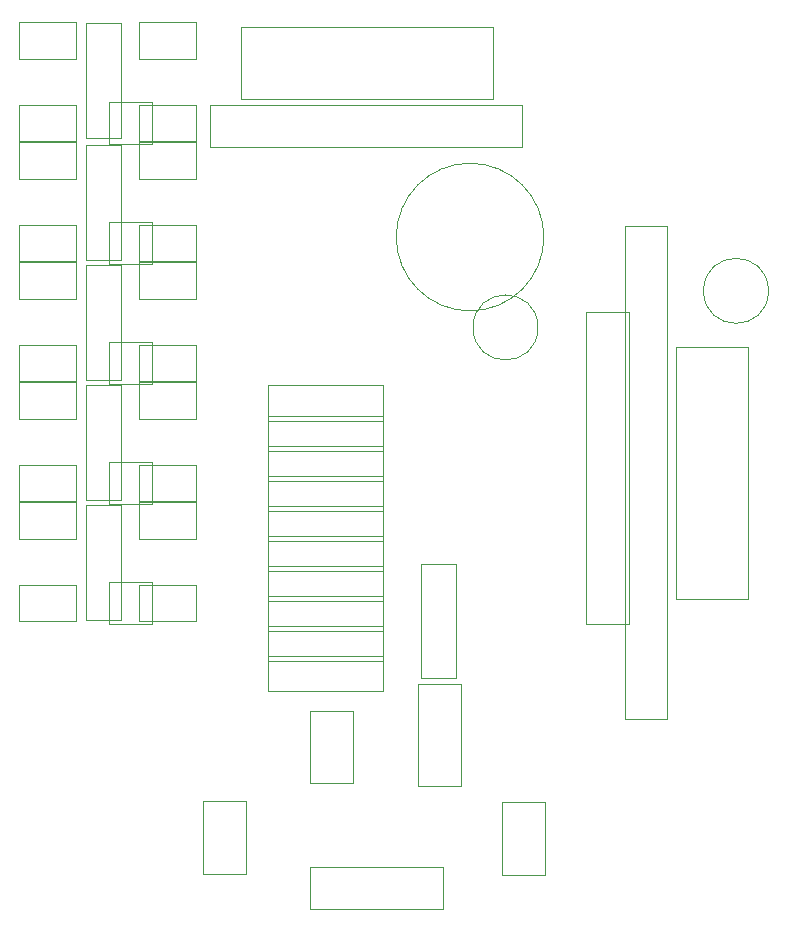
<source format=gbr>
%TF.GenerationSoftware,KiCad,Pcbnew,6.0.2+dfsg-1*%
%TF.CreationDate,2022-04-07T05:00:04+00:00*%
%TF.ProjectId,guante metaversal,6775616e-7465-4206-9d65-746176657273,rev?*%
%TF.SameCoordinates,Original*%
%TF.FileFunction,Other,User*%
%FSLAX46Y46*%
G04 Gerber Fmt 4.6, Leading zero omitted, Abs format (unit mm)*
G04 Created by KiCad (PCBNEW 6.0.2+dfsg-1) date 2022-04-07 05:00:04*
%MOMM*%
%LPD*%
G01*
G04 APERTURE LIST*
%ADD10C,0.050000*%
G04 APERTURE END LIST*
D10*
%TO.C,D4*%
X133587000Y-96875000D02*
X133587000Y-99975000D01*
X138437000Y-99975000D02*
X138437000Y-96875000D01*
X133587000Y-99975000D02*
X138437000Y-99975000D01*
X138437000Y-96875000D02*
X133587000Y-96875000D01*
%TO.C,D2*%
X128277000Y-96875000D02*
X123427000Y-96875000D01*
X123427000Y-99975000D02*
X128277000Y-99975000D01*
X128277000Y-99975000D02*
X128277000Y-96875000D01*
X123427000Y-96875000D02*
X123427000Y-99975000D01*
%TO.C,D4*%
X138437000Y-89815000D02*
X138437000Y-86715000D01*
X138437000Y-86715000D02*
X133587000Y-86715000D01*
X133587000Y-86715000D02*
X133587000Y-89815000D01*
X133587000Y-89815000D02*
X138437000Y-89815000D01*
%TO.C,D2*%
X128277000Y-89815000D02*
X128277000Y-86715000D01*
X128277000Y-86715000D02*
X123427000Y-86715000D01*
X123427000Y-86715000D02*
X123427000Y-89815000D01*
X123427000Y-89815000D02*
X128277000Y-89815000D01*
%TO.C,D1*%
X123437000Y-106960000D02*
X128287000Y-106960000D01*
X128287000Y-103860000D02*
X123437000Y-103860000D01*
X123437000Y-103860000D02*
X123437000Y-106960000D01*
X128287000Y-106960000D02*
X128287000Y-103860000D01*
%TO.C,D3*%
X138447000Y-103860000D02*
X133597000Y-103860000D01*
X138447000Y-106960000D02*
X138447000Y-103860000D01*
X133597000Y-103860000D02*
X133597000Y-106960000D01*
X133597000Y-106960000D02*
X138447000Y-106960000D01*
%TO.C,TP2*%
X134642000Y-103610000D02*
X131042000Y-103610000D01*
X134642000Y-107210000D02*
X134642000Y-103610000D01*
X131042000Y-103610000D02*
X131042000Y-107210000D01*
X131042000Y-107210000D02*
X134642000Y-107210000D01*
%TO.C,D3*%
X138447000Y-93700000D02*
X133597000Y-93700000D01*
X133597000Y-93700000D02*
X133597000Y-96800000D01*
X133597000Y-96800000D02*
X138447000Y-96800000D01*
X138447000Y-96800000D02*
X138447000Y-93700000D01*
%TO.C,TP2*%
X134642000Y-97050000D02*
X134642000Y-93450000D01*
X131042000Y-97050000D02*
X134642000Y-97050000D01*
X134642000Y-93450000D02*
X131042000Y-93450000D01*
X131042000Y-93450000D02*
X131042000Y-97050000D01*
%TO.C,J3*%
X167916000Y-148749000D02*
X167916000Y-142599000D01*
X164316000Y-148749000D02*
X167916000Y-148749000D01*
X167916000Y-142599000D02*
X164316000Y-142599000D01*
X164316000Y-142599000D02*
X164316000Y-148749000D01*
%TO.C,J4*%
X139043000Y-142535500D02*
X139043000Y-148685500D01*
X142643000Y-148685500D02*
X142643000Y-142535500D01*
X139043000Y-148685500D02*
X142643000Y-148685500D01*
X142643000Y-142535500D02*
X139043000Y-142535500D01*
%TO.C,C1*%
X167362000Y-102412800D02*
G75*
G03*
X167362000Y-102412800I-2750000J0D01*
G01*
%TO.C,D1*%
X123437000Y-83540000D02*
X123437000Y-86640000D01*
X123437000Y-86640000D02*
X128287000Y-86640000D01*
X128287000Y-83540000D02*
X123437000Y-83540000D01*
X128287000Y-86640000D02*
X128287000Y-83540000D01*
X128287000Y-93700000D02*
X123437000Y-93700000D01*
X123437000Y-96800000D02*
X128287000Y-96800000D01*
X128287000Y-96800000D02*
X128287000Y-93700000D01*
X123437000Y-93700000D02*
X123437000Y-96800000D01*
%TO.C,D3*%
X138447000Y-86640000D02*
X138447000Y-83540000D01*
X133597000Y-86640000D02*
X138447000Y-86640000D01*
X133597000Y-83540000D02*
X133597000Y-86640000D01*
X138447000Y-83540000D02*
X133597000Y-83540000D01*
%TO.C,D4*%
X138437000Y-79655000D02*
X138437000Y-76555000D01*
X138437000Y-76555000D02*
X133587000Y-76555000D01*
X133587000Y-76555000D02*
X133587000Y-79655000D01*
X133587000Y-79655000D02*
X138437000Y-79655000D01*
%TO.C,TP2*%
X131042000Y-86890000D02*
X134642000Y-86890000D01*
X131042000Y-83290000D02*
X131042000Y-86890000D01*
X134642000Y-86890000D02*
X134642000Y-83290000D01*
X134642000Y-83290000D02*
X131042000Y-83290000D01*
%TO.C,D2*%
X123427000Y-79655000D02*
X128277000Y-79655000D01*
X128277000Y-76555000D02*
X123427000Y-76555000D01*
X128277000Y-79655000D02*
X128277000Y-76555000D01*
X123427000Y-76555000D02*
X123427000Y-79655000D01*
X128277000Y-110135000D02*
X128277000Y-107035000D01*
X123427000Y-107035000D02*
X123427000Y-110135000D01*
X123427000Y-110135000D02*
X128277000Y-110135000D01*
X128277000Y-107035000D02*
X123427000Y-107035000D01*
%TO.C,D1*%
X128287000Y-114020000D02*
X123437000Y-114020000D01*
X123437000Y-117120000D02*
X128287000Y-117120000D01*
X123437000Y-114020000D02*
X123437000Y-117120000D01*
X128287000Y-117120000D02*
X128287000Y-114020000D01*
%TO.C,TP2*%
X134642000Y-117370000D02*
X134642000Y-113770000D01*
X134642000Y-113770000D02*
X131042000Y-113770000D01*
X131042000Y-117370000D02*
X134642000Y-117370000D01*
X131042000Y-113770000D02*
X131042000Y-117370000D01*
%TO.C,D3*%
X138447000Y-117120000D02*
X138447000Y-114020000D01*
X138447000Y-114020000D02*
X133597000Y-114020000D01*
X133597000Y-114020000D02*
X133597000Y-117120000D01*
X133597000Y-117120000D02*
X138447000Y-117120000D01*
%TO.C,D4*%
X138437000Y-107035000D02*
X133587000Y-107035000D01*
X133587000Y-110135000D02*
X138437000Y-110135000D01*
X133587000Y-107035000D02*
X133587000Y-110135000D01*
X138437000Y-110135000D02*
X138437000Y-107035000D01*
X133587000Y-120295000D02*
X138437000Y-120295000D01*
X133587000Y-117195000D02*
X133587000Y-120295000D01*
X138437000Y-117195000D02*
X133587000Y-117195000D01*
X138437000Y-120295000D02*
X138437000Y-117195000D01*
%TO.C,D2*%
X123427000Y-117195000D02*
X123427000Y-120295000D01*
X128277000Y-120295000D02*
X128277000Y-117195000D01*
X123427000Y-120295000D02*
X128277000Y-120295000D01*
X128277000Y-117195000D02*
X123427000Y-117195000D01*
%TO.C,D1*%
X128287000Y-127280000D02*
X128287000Y-124180000D01*
X123437000Y-124180000D02*
X123437000Y-127280000D01*
X123437000Y-127280000D02*
X128287000Y-127280000D01*
X128287000Y-124180000D02*
X123437000Y-124180000D01*
%TO.C,D3*%
X133597000Y-124180000D02*
X133597000Y-127280000D01*
X138447000Y-124180000D02*
X133597000Y-124180000D01*
X133597000Y-127280000D02*
X138447000Y-127280000D01*
X138447000Y-127280000D02*
X138447000Y-124180000D01*
%TO.C,TP2*%
X134642000Y-123930000D02*
X131042000Y-123930000D01*
X131042000Y-127530000D02*
X134642000Y-127530000D01*
X131042000Y-123930000D02*
X131042000Y-127530000D01*
X134642000Y-127530000D02*
X134642000Y-123930000D01*
%TO.C,J1*%
X179011800Y-125421800D02*
X179011800Y-104071800D01*
X185111800Y-104071800D02*
X185111800Y-125421800D01*
X179011800Y-104071800D02*
X185111800Y-104071800D01*
X185111800Y-125421800D02*
X179011800Y-125421800D01*
X163568000Y-83080000D02*
X142218000Y-83080000D01*
X163568000Y-76980000D02*
X163568000Y-83080000D01*
X142218000Y-76980000D02*
X163568000Y-76980000D01*
X142218000Y-83080000D02*
X142218000Y-76980000D01*
%TO.C,U6*%
X139561000Y-87144000D02*
X166011000Y-87144000D01*
X166011000Y-83544000D02*
X139561000Y-83544000D01*
X139561000Y-83544000D02*
X139561000Y-87144000D01*
X166011000Y-87144000D02*
X166011000Y-83544000D01*
%TO.C,R1*%
X144492000Y-107326300D02*
X144492000Y-110326300D01*
X144492000Y-110326300D02*
X154212000Y-110326300D01*
X154212000Y-107326300D02*
X144492000Y-107326300D01*
X154212000Y-110326300D02*
X154212000Y-107326300D01*
%TO.C,R2*%
X154212000Y-109879000D02*
X144492000Y-109879000D01*
X144492000Y-112879000D02*
X154212000Y-112879000D01*
X144492000Y-109879000D02*
X144492000Y-112879000D01*
X154212000Y-112879000D02*
X154212000Y-109879000D01*
%TO.C,R4*%
X144492000Y-117959000D02*
X154212000Y-117959000D01*
X154212000Y-117959000D02*
X154212000Y-114959000D01*
X144492000Y-114959000D02*
X144492000Y-117959000D01*
X154212000Y-114959000D02*
X144492000Y-114959000D01*
%TO.C,R5*%
X154212000Y-120499000D02*
X154212000Y-117499000D01*
X154212000Y-117499000D02*
X144492000Y-117499000D01*
X144492000Y-120499000D02*
X154212000Y-120499000D01*
X144492000Y-117499000D02*
X144492000Y-120499000D01*
%TO.C,R6*%
X144492000Y-120039000D02*
X144492000Y-123039000D01*
X154212000Y-120039000D02*
X144492000Y-120039000D01*
X144492000Y-123039000D02*
X154212000Y-123039000D01*
X154212000Y-123039000D02*
X154212000Y-120039000D01*
%TO.C,R7*%
X154212000Y-125579000D02*
X154212000Y-122579000D01*
X144492000Y-122579000D02*
X144492000Y-125579000D01*
X144492000Y-125579000D02*
X154212000Y-125579000D01*
X154212000Y-122579000D02*
X144492000Y-122579000D01*
%TO.C,R9*%
X144492000Y-130659000D02*
X154212000Y-130659000D01*
X154212000Y-127659000D02*
X144492000Y-127659000D01*
X154212000Y-130659000D02*
X154212000Y-127659000D01*
X144492000Y-127659000D02*
X144492000Y-130659000D01*
%TO.C,R10*%
X154212000Y-133199000D02*
X154212000Y-130199000D01*
X144492000Y-133199000D02*
X154212000Y-133199000D01*
X154212000Y-130199000D02*
X144492000Y-130199000D01*
X144492000Y-130199000D02*
X144492000Y-133199000D01*
%TO.C,R11*%
X157453200Y-122406700D02*
X157453200Y-132126700D01*
X160453200Y-132126700D02*
X160453200Y-122406700D01*
X160453200Y-122406700D02*
X157453200Y-122406700D01*
X157453200Y-132126700D02*
X160453200Y-132126700D01*
%TO.C,R16*%
X132056000Y-76674000D02*
X129056000Y-76674000D01*
X132056000Y-86394000D02*
X132056000Y-76674000D01*
X129056000Y-86394000D02*
X132056000Y-86394000D01*
X129056000Y-76674000D02*
X129056000Y-86394000D01*
X132056000Y-127186000D02*
X132056000Y-117466000D01*
X132056000Y-117466000D02*
X129056000Y-117466000D01*
X129056000Y-127186000D02*
X132056000Y-127186000D01*
X129056000Y-117466000D02*
X129056000Y-127186000D01*
%TO.C,BZ1*%
X167861734Y-94758935D02*
G75*
G03*
X167861734Y-94758935I-6249999J0D01*
G01*
%TO.C,J5*%
X178280000Y-93831000D02*
X178280000Y-135531000D01*
X174730000Y-93831000D02*
X178280000Y-93831000D01*
X174730000Y-135531000D02*
X174730000Y-93831000D01*
X178280000Y-135531000D02*
X174730000Y-135531000D01*
%TO.C,C2*%
X186880000Y-99314000D02*
G75*
G03*
X186880000Y-99314000I-2750000J0D01*
G01*
%TO.C,U7*%
X171428000Y-127530000D02*
X175028000Y-127530000D01*
X175028000Y-101080000D02*
X171428000Y-101080000D01*
X175028000Y-127530000D02*
X175028000Y-101080000D01*
X171428000Y-101080000D02*
X171428000Y-127530000D01*
%TO.C,J6*%
X159280000Y-151610000D02*
X148080000Y-151610000D01*
X148080000Y-151610000D02*
X148080000Y-148060000D01*
X159280000Y-148060000D02*
X159280000Y-151610000D01*
X148080000Y-148060000D02*
X159280000Y-148060000D01*
%TO.C,M6*%
X151660000Y-141002000D02*
X151660000Y-134852000D01*
X148060000Y-134852000D02*
X148060000Y-141002000D01*
X151660000Y-134852000D02*
X148060000Y-134852000D01*
X148060000Y-141002000D02*
X151660000Y-141002000D01*
%TO.C,Q1*%
X160816700Y-132578700D02*
X157216700Y-132578700D01*
X157216700Y-141228700D02*
X160816700Y-141228700D01*
X157216700Y-132578700D02*
X157216700Y-141228700D01*
X160816700Y-141228700D02*
X160816700Y-132578700D01*
%TO.C,R3*%
X144492000Y-112419000D02*
X144492000Y-115419000D01*
X154212000Y-112419000D02*
X144492000Y-112419000D01*
X154212000Y-115419000D02*
X154212000Y-112419000D01*
X144492000Y-115419000D02*
X154212000Y-115419000D01*
%TO.C,R8*%
X144492000Y-128119000D02*
X154212000Y-128119000D01*
X154212000Y-125119000D02*
X144492000Y-125119000D01*
X144492000Y-125119000D02*
X144492000Y-128119000D01*
X154212000Y-128119000D02*
X154212000Y-125119000D01*
%TO.C,R16*%
X132056000Y-97146000D02*
X129056000Y-97146000D01*
X129056000Y-106866000D02*
X132056000Y-106866000D01*
X129056000Y-97146000D02*
X129056000Y-106866000D01*
X132056000Y-106866000D02*
X132056000Y-97146000D01*
X129056000Y-117026000D02*
X132056000Y-117026000D01*
X129056000Y-107306000D02*
X129056000Y-117026000D01*
X132056000Y-117026000D02*
X132056000Y-107306000D01*
X132056000Y-107306000D02*
X129056000Y-107306000D01*
X132056000Y-96706000D02*
X132056000Y-86986000D01*
X129056000Y-96706000D02*
X132056000Y-96706000D01*
X129056000Y-86986000D02*
X129056000Y-96706000D01*
X132056000Y-86986000D02*
X129056000Y-86986000D01*
%TD*%
M02*

</source>
